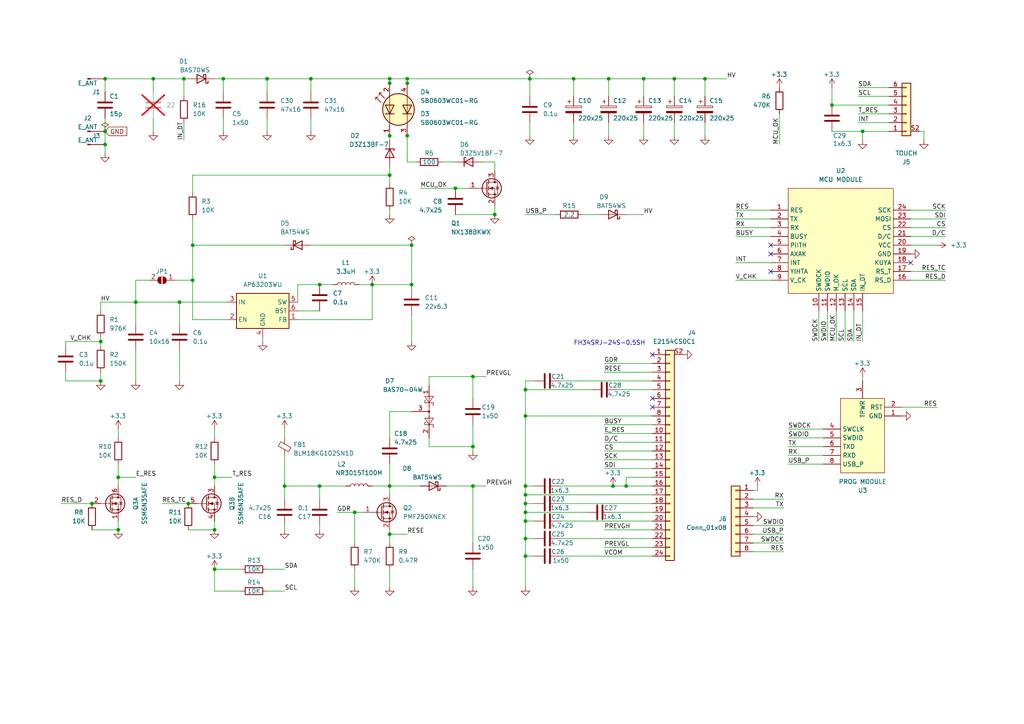
<source format=kicad_sch>
(kicad_sch (version 20231120) (generator "eeschema") (generator_version "8.0")
  (paper "A4")
  (junction (at 30.48 22.86))
  (junction (at 52.07 87.63))
  (junction (at 152.4 146.05))
  (junction (at 152.4 140.97))
  (junction (at 102.87 148.59))
  (junction (at 90.17 22.86))
  (junction (at 113.03 22.86))
  (junction (at 92.71 140.97))
  (junction (at 113.03 39.37))
  (junction (at 118.11 39.37))
  (junction (at 77.47 22.86))
  (junction (at 152.4 156.21))
  (junction (at 55.88 71.12))
  (junction (at 143.51 62.23))
  (junction (at 195.58 22.86))
  (junction (at 119.38 71.12))
  (junction (at 53.34 22.86))
  (junction (at 152.4 120.65))
  (junction (at 55.88 81.28))
  (junction (at 176.53 22.86))
  (junction (at 241.3 30.48))
  (junction (at 29.21 110.49))
  (junction (at 107.95 82.55))
  (junction (at 44.45 22.86))
  (junction (at 113.03 24.13))
  (junction (at 118.11 24.13))
  (junction (at 186.69 22.86))
  (junction (at 54.61 146.05))
  (junction (at 119.38 82.55))
  (junction (at 113.03 140.97))
  (junction (at 34.29 153.67))
  (junction (at 118.11 22.86))
  (junction (at 204.47 22.86))
  (junction (at 113.03 154.94))
  (junction (at 153.67 22.86))
  (junction (at 152.4 151.13))
  (junction (at 62.23 138.43))
  (junction (at 152.4 161.29))
  (junction (at 113.03 50.8))
  (junction (at 152.4 113.03))
  (junction (at 39.37 87.63))
  (junction (at 137.16 129.54))
  (junction (at 137.16 109.22))
  (junction (at 250.19 38.1))
  (junction (at 30.48 38.1))
  (junction (at 30.48 41.91))
  (junction (at 62.23 153.67))
  (junction (at 82.55 140.97))
  (junction (at 62.23 165.1))
  (junction (at 137.16 140.97))
  (junction (at 152.4 143.51))
  (junction (at 181.61 140.97))
  (junction (at 64.77 22.86))
  (junction (at 92.71 82.55))
  (junction (at 26.67 146.05))
  (junction (at 152.4 148.59))
  (junction (at 132.08 54.61))
  (junction (at 177.8 140.97))
  (junction (at 34.29 138.43))
  (junction (at 166.37 22.86))
  (junction (at 29.21 99.06))
  (no_connect (at 223.52 73.66))
  (no_connect (at 189.23 102.87))
  (no_connect (at 189.23 115.57))
  (no_connect (at 223.52 71.12))
  (no_connect (at 189.23 118.11))
  (no_connect (at 264.16 76.2))
  (no_connect (at 223.52 78.74))
  (wire (pts (xy 92.71 82.55) (xy 86.36 82.55)))
  (wire (pts (xy 152.4 120.65) (xy 189.23 120.65)))
  (wire (pts (xy 53.34 35.56) (xy 53.34 40.64)))
  (wire (pts (xy 44.45 34.29) (xy 44.45 38.1)))
  (wire (pts (xy 168.91 62.23) (xy 173.99 62.23)))
  (wire (pts (xy 64.77 34.29) (xy 64.77 38.1)))
  (wire (pts (xy 176.53 35.56) (xy 176.53 39.37)))
  (wire (pts (xy 152.4 161.29) (xy 154.94 161.29)))
  (wire (pts (xy 213.36 60.96) (xy 223.52 60.96)))
  (wire (pts (xy 34.29 134.62) (xy 34.29 138.43)))
  (wire (pts (xy 90.17 22.86) (xy 113.03 22.86)))
  (wire (pts (xy 118.11 39.37) (xy 118.11 46.99)))
  (wire (pts (xy 274.32 60.96) (xy 264.16 60.96)))
  (wire (pts (xy 44.45 22.86) (xy 44.45 26.67)))
  (wire (pts (xy 227.33 152.4) (xy 218.44 152.4)))
  (wire (pts (xy 34.29 153.67) (xy 34.29 151.13)))
  (wire (pts (xy 113.03 50.8) (xy 113.03 53.34)))
  (wire (pts (xy 102.87 148.59) (xy 102.87 157.48)))
  (wire (pts (xy 271.78 71.12) (xy 264.16 71.12)))
  (wire (pts (xy 77.47 165.1) (xy 82.55 165.1)))
  (wire (pts (xy 137.16 140.97) (xy 137.16 157.48)))
  (wire (pts (xy 223.52 66.04) (xy 213.36 66.04)))
  (wire (pts (xy 55.88 55.88) (xy 55.88 50.8)))
  (wire (pts (xy 166.37 27.94) (xy 166.37 22.86)))
  (wire (pts (xy 152.4 156.21) (xy 152.4 161.29)))
  (wire (pts (xy 90.17 34.29) (xy 90.17 38.1)))
  (wire (pts (xy 237.49 90.17) (xy 237.49 99.06)))
  (wire (pts (xy 274.32 81.28) (xy 264.16 81.28)))
  (wire (pts (xy 166.37 35.56) (xy 166.37 39.37)))
  (wire (pts (xy 267.97 38.1) (xy 266.7 38.1)))
  (wire (pts (xy 152.4 146.05) (xy 154.94 146.05)))
  (wire (pts (xy 204.47 35.56) (xy 204.47 39.37)))
  (wire (pts (xy 181.61 62.23) (xy 186.69 62.23)))
  (wire (pts (xy 121.92 54.61) (xy 132.08 54.61)))
  (wire (pts (xy 176.53 27.94) (xy 176.53 22.86)))
  (wire (pts (xy 195.58 35.56) (xy 195.58 39.37)))
  (wire (pts (xy 152.4 143.51) (xy 189.23 143.51)))
  (wire (pts (xy 19.05 107.95) (xy 19.05 110.49)))
  (wire (pts (xy 152.4 140.97) (xy 154.94 140.97)))
  (wire (pts (xy 52.07 87.63) (xy 66.04 87.63)))
  (wire (pts (xy 30.48 38.1) (xy 30.48 34.29)))
  (wire (pts (xy 64.77 22.86) (xy 77.47 22.86)))
  (wire (pts (xy 250.19 99.06) (xy 250.19 90.17)))
  (wire (pts (xy 152.4 62.23) (xy 161.29 62.23)))
  (wire (pts (xy 139.7 46.99) (xy 143.51 46.99)))
  (wire (pts (xy 52.07 87.63) (xy 52.07 93.98)))
  (wire (pts (xy 274.32 68.58) (xy 264.16 68.58)))
  (wire (pts (xy 119.38 83.82) (xy 119.38 82.55)))
  (wire (pts (xy 55.88 71.12) (xy 55.88 63.5)))
  (wire (pts (xy 162.56 151.13) (xy 189.23 151.13)))
  (wire (pts (xy 113.03 22.86) (xy 118.11 22.86)))
  (wire (pts (xy 152.4 148.59) (xy 170.18 148.59)))
  (wire (pts (xy 177.8 140.97) (xy 181.61 140.97)))
  (wire (pts (xy 77.47 34.29) (xy 77.47 38.1)))
  (wire (pts (xy 76.2 99.06) (xy 76.2 97.79)))
  (wire (pts (xy 213.36 68.58) (xy 223.52 68.58)))
  (wire (pts (xy 62.23 138.43) (xy 67.31 138.43)))
  (wire (pts (xy 227.33 160.02) (xy 218.44 160.02)))
  (wire (pts (xy 43.18 81.28) (xy 39.37 81.28)))
  (wire (pts (xy 247.65 99.06) (xy 247.65 90.17)))
  (wire (pts (xy 92.71 140.97) (xy 100.33 140.97)))
  (wire (pts (xy 186.69 35.56) (xy 186.69 39.37)))
  (wire (pts (xy 86.36 90.17) (xy 92.71 90.17)))
  (wire (pts (xy 152.4 151.13) (xy 152.4 156.21)))
  (wire (pts (xy 82.55 124.46) (xy 82.55 127)))
  (wire (pts (xy 113.03 119.38) (xy 113.03 127)))
  (wire (pts (xy 113.03 39.37) (xy 113.03 40.64)))
  (wire (pts (xy 152.4 156.21) (xy 154.94 156.21)))
  (wire (pts (xy 152.4 143.51) (xy 152.4 146.05)))
  (wire (pts (xy 82.55 152.4) (xy 82.55 153.67)))
  (wire (pts (xy 274.32 63.5) (xy 264.16 63.5)))
  (wire (pts (xy 219.71 140.97) (xy 219.71 142.24)))
  (wire (pts (xy 175.26 158.75) (xy 189.23 158.75)))
  (wire (pts (xy 248.92 35.56) (xy 257.81 35.56)))
  (wire (pts (xy 177.8 148.59) (xy 189.23 148.59)))
  (wire (pts (xy 227.33 157.48) (xy 218.44 157.48)))
  (wire (pts (xy 186.69 27.94) (xy 186.69 22.86)))
  (wire (pts (xy 55.88 81.28) (xy 55.88 71.12)))
  (wire (pts (xy 219.71 142.24) (xy 218.44 142.24)))
  (wire (pts (xy 39.37 81.28) (xy 39.37 87.63)))
  (wire (pts (xy 113.03 60.96) (xy 113.03 62.23)))
  (wire (pts (xy 107.95 82.55) (xy 119.38 82.55)))
  (wire (pts (xy 241.3 30.48) (xy 257.81 30.48)))
  (wire (pts (xy 124.46 129.54) (xy 124.46 127)))
  (wire (pts (xy 181.61 138.43) (xy 181.61 140.97)))
  (wire (pts (xy 267.97 40.64) (xy 267.97 38.1)))
  (wire (pts (xy 29.21 97.79) (xy 29.21 99.06)))
  (wire (pts (xy 97.79 148.59) (xy 102.87 148.59)))
  (wire (pts (xy 181.61 140.97) (xy 189.23 140.97)))
  (wire (pts (xy 241.3 38.1) (xy 250.19 38.1)))
  (wire (pts (xy 162.56 110.49) (xy 189.23 110.49)))
  (wire (pts (xy 119.38 119.38) (xy 113.03 119.38)))
  (wire (pts (xy 162.56 140.97) (xy 177.8 140.97)))
  (wire (pts (xy 153.67 22.86) (xy 166.37 22.86)))
  (wire (pts (xy 19.05 100.33) (xy 19.05 99.06)))
  (wire (pts (xy 118.11 46.99) (xy 120.65 46.99)))
  (wire (pts (xy 34.29 138.43) (xy 39.37 138.43)))
  (wire (pts (xy 46.99 146.05) (xy 54.61 146.05)))
  (wire (pts (xy 102.87 165.1) (xy 102.87 170.18)))
  (wire (pts (xy 175.26 125.73) (xy 189.23 125.73)))
  (wire (pts (xy 124.46 129.54) (xy 137.16 129.54)))
  (wire (pts (xy 30.48 22.86) (xy 30.48 26.67)))
  (wire (pts (xy 242.57 99.06) (xy 242.57 90.17)))
  (wire (pts (xy 248.92 27.94) (xy 257.81 27.94)))
  (wire (pts (xy 213.36 63.5) (xy 223.52 63.5)))
  (wire (pts (xy 175.26 128.27) (xy 189.23 128.27)))
  (wire (pts (xy 64.77 22.86) (xy 64.77 26.67)))
  (wire (pts (xy 118.11 22.86) (xy 118.11 24.13)))
  (wire (pts (xy 55.88 92.71) (xy 55.88 81.28)))
  (wire (pts (xy 102.87 148.59) (xy 105.41 148.59)))
  (wire (pts (xy 90.17 71.12) (xy 119.38 71.12)))
  (wire (pts (xy 82.55 140.97) (xy 82.55 144.78)))
  (wire (pts (xy 175.26 123.19) (xy 189.23 123.19)))
  (wire (pts (xy 213.36 81.28) (xy 223.52 81.28)))
  (wire (pts (xy 152.4 140.97) (xy 152.4 143.51)))
  (wire (pts (xy 153.67 35.56) (xy 153.67 39.37)))
  (wire (pts (xy 44.45 22.86) (xy 53.34 22.86)))
  (wire (pts (xy 226.06 33.02) (xy 226.06 41.91)))
  (wire (pts (xy 248.92 25.4) (xy 257.81 25.4)))
  (wire (pts (xy 250.19 38.1) (xy 257.81 38.1)))
  (wire (pts (xy 238.76 129.54) (xy 228.6 129.54)))
  (wire (pts (xy 250.19 110.49) (xy 250.19 109.22)))
  (wire (pts (xy 113.03 48.26) (xy 113.03 50.8)))
  (wire (pts (xy 228.6 134.62) (xy 238.76 134.62)))
  (wire (pts (xy 34.29 124.46) (xy 34.29 127)))
  (wire (pts (xy 77.47 171.45) (xy 82.55 171.45)))
  (wire (pts (xy 137.16 109.22) (xy 137.16 115.57)))
  (wire (pts (xy 179.07 113.03) (xy 189.23 113.03)))
  (wire (pts (xy 245.11 99.06) (xy 245.11 90.17)))
  (wire (pts (xy 30.48 41.91) (xy 30.48 44.45)))
  (wire (pts (xy 113.03 154.94) (xy 118.11 154.94)))
  (wire (pts (xy 119.38 71.12) (xy 119.38 82.55)))
  (wire (pts (xy 19.05 99.06) (xy 29.21 99.06)))
  (wire (pts (xy 195.58 22.86) (xy 204.47 22.86)))
  (wire (pts (xy 128.27 46.99) (xy 132.08 46.99)))
  (wire (pts (xy 152.4 120.65) (xy 152.4 140.97)))
  (wire (pts (xy 54.61 153.67) (xy 62.23 153.67)))
  (wire (pts (xy 238.76 124.46) (xy 228.6 124.46)))
  (wire (pts (xy 175.26 107.95) (xy 189.23 107.95)))
  (wire (pts (xy 113.03 153.67) (xy 113.03 154.94)))
  (wire (pts (xy 113.03 134.62) (xy 113.03 140.97)))
  (wire (pts (xy 195.58 27.94) (xy 195.58 22.86)))
  (wire (pts (xy 175.26 130.81) (xy 189.23 130.81)))
  (wire (pts (xy 152.4 113.03) (xy 152.4 120.65)))
  (wire (pts (xy 62.23 151.13) (xy 62.23 153.67)))
  (wire (pts (xy 162.56 156.21) (xy 189.23 156.21)))
  (wire (pts (xy 240.03 90.17) (xy 240.03 99.06)))
  (wire (pts (xy 124.46 109.22) (xy 137.16 109.22)))
  (wire (pts (xy 113.03 140.97) (xy 113.03 143.51)))
  (wire (pts (xy 26.67 153.67) (xy 34.29 153.67)))
  (wire (pts (xy 107.95 92.71) (xy 107.95 82.55)))
  (wire (pts (xy 39.37 101.6) (xy 39.37 110.49)))
  (wire (pts (xy 69.85 171.45) (xy 62.23 171.45)))
  (wire (pts (xy 129.54 140.97) (xy 137.16 140.97)))
  (wire (pts (xy 248.92 33.02) (xy 257.81 33.02)))
  (wire (pts (xy 39.37 87.63) (xy 29.21 87.63)))
  (wire (pts (xy 113.03 22.86) (xy 113.03 24.13)))
  (wire (pts (xy 86.36 92.71) (xy 107.95 92.71)))
  (wire (pts (xy 238.76 127) (xy 228.6 127)))
  (wire (pts (xy 53.34 22.86) (xy 53.34 27.94)))
  (wire (pts (xy 152.4 161.29) (xy 152.4 170.18)))
  (wire (pts (xy 152.4 151.13) (xy 154.94 151.13)))
  (wire (pts (xy 55.88 50.8) (xy 113.03 50.8)))
  (wire (pts (xy 50.8 81.28) (xy 55.88 81.28)))
  (wire (pts (xy 204.47 27.94) (xy 204.47 22.86)))
  (wire (pts (xy 137.16 130.81) (xy 137.16 129.54)))
  (wire (pts (xy 175.26 135.89) (xy 189.23 135.89)))
  (wire (pts (xy 271.78 118.11) (xy 261.62 118.11)))
  (wire (pts (xy 119.38 91.44) (xy 119.38 99.06)))
  (wire (pts (xy 154.94 110.49) (xy 152.4 110.49)))
  (wire (pts (xy 52.07 101.6) (xy 52.07 110.49)))
  (wire (pts (xy 132.08 54.61) (xy 135.89 54.61)))
  (wire (pts (xy 86.36 82.55) (xy 86.36 87.63)))
  (wire (pts (xy 62.23 134.62) (xy 62.23 138.43)))
  (wire (pts (xy 152.4 146.05) (xy 152.4 148.59)))
  (wire (pts (xy 30.48 22.86) (xy 44.45 22.86)))
  (wire (pts (xy 152.4 113.03) (xy 171.45 113.03)))
  (wire (pts (xy 113.03 165.1) (xy 113.03 170.18)))
  (wire (pts (xy 124.46 109.22) (xy 124.46 111.76)))
  (wire (pts (xy 250.19 38.1) (xy 250.19 40.64)))
  (wire (pts (xy 34.29 138.43) (xy 34.29 140.97)))
  (wire (pts (xy 175.26 153.67) (xy 189.23 153.67)))
  (wire (pts (xy 162.56 146.05) (xy 189.23 146.05)))
  (wire (pts (xy 92.71 152.4) (xy 92.71 153.67)))
  (wire (pts (xy 152.4 148.59) (xy 152.4 151.13)))
  (wire (pts (xy 204.47 22.86) (xy 210.82 22.86)))
  (wire (pts (xy 175.26 133.35) (xy 189.23 133.35)))
  (wire (pts (xy 53.34 22.86) (xy 54.61 22.86)))
  (wire (pts (xy 175.26 105.41) (xy 189.23 105.41)))
  (wire (pts (xy 241.3 25.4) (xy 241.3 30.48)))
  (wire (pts (xy 55.88 71.12) (xy 82.55 71.12)))
  (wire (pts (xy 30.48 38.1) (xy 30.48 41.91)))
  (wire (pts (xy 39.37 93.98) (xy 39.37 87.63)))
  (wire (pts (xy 186.69 22.86) (xy 195.58 22.86)))
  (wire (pts (xy 162.56 161.29) (xy 189.23 161.29)))
  (wire (pts (xy 77.47 22.86) (xy 77.47 26.67)))
  (wire (pts (xy 39.37 87.63) (xy 52.07 87.63)))
  (wire (pts (xy 137.16 109.22) (xy 140.97 109.22)))
  (wire (pts (xy 274.32 66.04) (xy 264.16 66.04)))
  (wire (pts (xy 62.23 138.43) (xy 62.23 140.97)))
  (wire (pts (xy 227.33 147.32) (xy 218.44 147.32)))
  (wire (pts (xy 29.21 99.06) (xy 29.21 100.33)))
  (wire (pts (xy 90.17 22.86) (xy 90.17 26.67)))
  (wire (pts (xy 62.23 171.45) (xy 62.23 165.1)))
  (wire (pts (xy 118.11 22.86) (xy 153.67 22.86)))
  (wire (pts (xy 181.61 138.43) (xy 189.23 138.43)))
  (wire (pts (xy 227.33 144.78) (xy 218.44 144.78)))
  (wire (pts (xy 82.55 132.08) (xy 82.55 140.97)))
  (wire (pts (xy 19.05 110.49) (xy 29.21 110.49)))
  (wire (pts (xy 213.36 76.2) (xy 223.52 76.2)))
  (wire (pts (xy 55.88 92.71) (xy 66.04 92.71)))
  (wire (pts (xy 132.08 62.23) (xy 143.51 62.23)))
  (wire (pts (xy 113.03 154.94) (xy 113.03 157.48)))
  (wire (pts (xy 121.92 140.97) (xy 113.03 140.97)))
  (wire (pts (xy 107.95 140.97) (xy 113.03 140.97)))
  (wire (pts (xy 176.53 22.86) (xy 186.69 22.86)))
  (wire (pts (xy 77.47 22.86) (xy 90.17 22.86)))
  (wire (pts (xy 82.55 140.97) (xy 92.71 140.97)))
  (wire (pts (xy 152.4 110.49) (xy 152.4 113.03)))
  (wire (pts (xy 137.16 165.1) (xy 137.16 170.18)))
  (wire (pts (xy 17.78 146.05) (xy 26.67 146.05)))
  (wire (pts (xy 238.76 132.08) (xy 228.6 132.08)))
  (wire (pts (xy 274.32 78.74) (xy 264.16 78.74)))
  (wire (pts (xy 143.51 49.53) (xy 143.51 46.99)))
  (wire (pts (xy 227.33 154.94) (xy 218.44 154.94)))
  (wire (pts (xy 29.21 90.17) (xy 29.21 87.63)))
  (wire (pts (xy 29.21 107.95) (xy 29.21 110.49)))
  (wire (pts (xy 96.52 82.55) (xy 92.71 82.55)))
  (wire (pts (xy 62.23 165.1) (xy 69.85 165.1)))
  (wire (pts (xy 92.71 144.78) (xy 92.71 140.97)))
  (wire (pts (xy 62.23 124.46) (xy 62.23 127)))
  (wire (pts (xy 104.14 82.55) (xy 107.95 82.55)))
  (wire (pts (xy 153.67 22.86) (xy 153.67 27.94)))
  (wire (pts (xy 62.23 22.86) (xy 64.77 22.86)))
  (wire (pts (xy 137.16 123.19) (xy 137.16 129.54)))
  (wire (pts (xy 137.16 140.97) (xy 140.97 140.97)))
  (wire (pts (xy 143.51 59.69) (xy 143.51 62.23)))
  (wire (pts (xy 166.37 22.86) (xy 176.53 22.86)))
  (text "FH34SRJ-24S-0.5SH" (at 166.37 100.33 0) (effects (font (size 1.27 1.27)) (justify left bottom)))
  (label "BUSY" (at 175.26 123.19 0))
  (label "RX" (at 227.33 144.78 180))
  (label "SWDIO" (at 227.33 152.4 180))
  (label "GDR" (at 175.26 105.41 0))
  (label "RES_D" (at 17.78 146.05 0))
  (label "IN_DT" (at 250.19 99.06 90))
  (label "SCK" (at 274.32 60.96 180))
  (label "SCL" (at 82.55 171.45 0))
  (label "INT" (at 248.92 35.56 0))
  (label "SDA" (at 82.55 165.1 0))
  (label "HV" (at 29.21 87.63 0))
  (label "RESE" (at 175.26 107.95 0))
  (label "RES_TC" (at 274.32 78.74 180))
  (label "RX" (at 213.36 66.04 0))
  (label "PREVGH" (at 140.97 140.97 0))
  (label "INT" (at 213.36 76.2 0))
  (label "E_RES" (at 175.26 125.73 0))
  (label "USB_P" (at 227.33 154.94 180))
  (label "E_RES" (at 39.37 138.43 0))
  (label "SWDIO" (at 228.6 127 0))
  (label "RES_TC" (at 46.99 146.05 0))
  (label "V_CHK" (at 20.32 99.06 0))
  (label "USB_P" (at 228.6 134.62 0))
  (label "MCU_OK" (at 242.57 99.06 90))
  (label "RES" (at 213.36 60.96 0))
  (label "RES" (at 227.33 160.02 180))
  (label "PREVGH" (at 175.26 153.67 0))
  (label "SDA" (at 248.92 25.4 0))
  (label "SDA" (at 247.65 99.06 90))
  (label "TX" (at 213.36 63.5 0))
  (label "SCL" (at 248.92 27.94 0))
  (label "SWDCK" (at 228.6 124.46 0))
  (label "PREVGL" (at 175.26 158.75 0))
  (label "IN_DT" (at 53.34 40.64 90))
  (label "SCK" (at 175.26 133.35 0))
  (label "T_RES" (at 67.31 138.43 0))
  (label "PREVGL" (at 140.97 109.22 0))
  (label "D{slash}C" (at 175.26 128.27 0))
  (label "T_RES" (at 248.92 33.02 0))
  (label "USB_P" (at 152.4 62.23 0))
  (label "CS" (at 274.32 66.04 180))
  (label "SDI" (at 274.32 63.5 180))
  (label "SWDCK" (at 237.49 99.06 90))
  (label "V_CHK" (at 213.36 81.28 0))
  (label "MCU_OK" (at 121.92 54.61 0))
  (label "CS" (at 175.26 130.81 0))
  (label "BUSY" (at 213.36 68.58 0))
  (label "HV" (at 186.69 62.23 0))
  (label "D{slash}C" (at 274.32 68.58 180))
  (label "SCL" (at 245.11 99.06 90))
  (label "SDI" (at 175.26 135.89 0))
  (label "SWDIO" (at 240.03 99.06 90))
  (label "VCOM" (at 175.26 161.29 0))
  (label "MCU_OK" (at 226.06 41.91 90))
  (label "RES" (at 271.78 118.11 180))
  (label "RX" (at 228.6 132.08 0))
  (label "GDR" (at 97.79 148.59 0))
  (label "SWDCK" (at 227.33 157.48 180))
  (label "TX" (at 228.6 129.54 0))
  (label "RES_D" (at 274.32 81.28 180))
  (label "RESE" (at 118.11 154.94 0))
  (label "HV" (at 210.82 22.86 0))
  (label "TX" (at 227.33 147.32 180))
  (global_label "GND" (shape input) (at 30.48 38.1 0) (property "Intersheetrefs" "${INTERSHEET_REFS}" (effects (hide yes))))
  (symbol (lib_id "power:GND") (at 250.19 40.64 0) (unit 1)
    (property "Reference" "#PWR037" (effects (hide yes)))
    (property "Value" "GND" (effects (hide yes)))
    (property "Description" "Power symbol creates a global label with name \"GND\" , ground" (effects (hide yes)))
  )
  (symbol (lib_id "Device:D_Zener") (at 135.89 46.99 0) (unit 1)
    (property "Reference" "D6" (at 133.35 41.91 0) (effects (justify left)))
    (property "Value" "D3Z5V1BF-7" (at 133.35 44.45 0) (effects (justify left)))
    (property "Footprint" "Diode_SMD:D_SOD-323F" (effects (hide yes)))
  )
  (symbol (lib_id "power:+2V8") (at 177.8 140.97 0) (unit 1)
    (property "Reference" "#PWR033" (effects (hide yes)))
    (property "Value" "+3.3" (at 175.26 137.16 0) (effects (justify left)))
    (property "Description" "Power symbol creates a global label with name \"+2V8\"" (effects (hide yes)))
  )
  (symbol (lib_id "power:GND") (at 153.67 39.37 0) (unit 1)
    (property "Reference" "#PWR011" (effects (hide yes)))
    (property "Value" "GND" (effects (hide yes)))
    (property "Description" "Power symbol creates a global label with name \"GND\" , ground" (effects (hide yes)))
  )
  (symbol (lib_id "power:+2V8") (at 250.19 109.22 0) (unit 1)
    (property "Reference" "#PWR040" (effects (hide yes)))
    (property "Value" "+3.3" (at 247.65 105.41 0) (effects (justify left)))
    (property "Description" "Power symbol creates a global label with name \"+2V8\"" (effects (hide yes)))
  )
  (symbol (lib_id "Device:D_Schottky") (at 86.36 71.12 0) (mirror x) (unit 1)
    (property "Reference" "D5" (at 81.28 64.77 0) (effects (justify left)))
    (property "Value" "BAT54WS" (at 81.28 67.31 0) (effects (justify left)))
    (property "Footprint" "Diode_SMD:D_SOD-323F" (effects (hide yes)))
  )
  (symbol (lib_id "power:PWR_FLAG") (at 153.67 22.86 0) (unit 1)
    (property "Reference" "#FLG02" (effects (hide yes)))
    (property "Value" "PWR_FLAG" (effects (hide yes)))
    (property "Description" "Special symbol for telling ERC where power comes from" (effects (hide yes)))
  )
  (symbol (lib_id "power:+2V8") (at 82.55 124.46 0) (unit 1)
    (property "Reference" "#PWR020" (effects (hide yes)))
    (property "Value" "+3.3" (at 80.01 120.65 0) (effects (justify left)))
    (property "Description" "Power symbol creates a global label with name \"+2V8\"" (effects (hide yes)))
  )
  (symbol (lib_id "Device:C") (at 158.75 146.05 90) (unit 1)
    (property "Reference" "C23" (at 163.83 144.78 90) (effects (justify left)))
    (property "Value" "1x6.3" (at 165.1 147.32 90) (effects (justify left)))
    (property "Footprint" "Capacitor_SMD:C_0402_1005Metric" (effects (hide yes)))
  )
  (symbol (lib_id "Transistor_FET:FDG1024NZ") (at 31.75 146.05 0) (unit 1)
    (property "Reference" "Q3" (at 39.37 146.05 90))
    (property "Value" "SSM6N35AFE" (at 41.91 146.05 90))
    (property "Footprint" "Package_TO_SOT_SMD:SOT-563" (effects (hide yes)))
    (property "Datasheet" "https://www.onsemi.com/pub/Collateral/FDG1024NZ-D.pdf" (effects (hide yes)))
  )
  (symbol (lib_id "Device:C") (at 137.16 161.29 0) (unit 1)
    (property "Reference" "C20" (at 138.43 156.21 0) (effects (justify left)))
    (property "Value" "1x50" (at 138.43 158.75 0) (effects (justify left)))
    (property "Footprint" "Capacitor_SMD:C_0402_1005Metric" (effects (hide yes)))
  )
  (symbol (lib_id "power:GND") (at 30.48 44.45 0) (unit 1)
    (property "Reference" "#PWR01" (effects (hide yes)))
    (property "Value" "GND" (effects (hide yes)))
    (property "Description" "Power symbol creates a global label with name \"GND\" , ground" (effects (hide yes)))
  )
  (symbol (lib_id "MyLib:SamoKamp_MCU") (at 226.06 57.15 0) (unit 1)
    (property "Reference" "U2" (at 243.84 49.53 0))
    (property "Value" "MCU MODULE" (at 243.84 52.07 0))
    (property "Footprint" "MyLib:SamoKamp_MCU" (effects (hide yes)))
  )
  (symbol (lib_id "power:GND") (at 195.58 39.37 0) (unit 1)
    (property "Reference" "#PWR016" (effects (hide yes)))
    (property "Value" "GND" (effects (hide yes)))
    (property "Description" "Power symbol creates a global label with name \"GND\" , ground" (effects (hide yes)))
  )
  (symbol (lib_id "Device:R") (at 26.67 149.86 180) (unit 1)
    (property "Reference" "R8" (at 22.86 148.59 0))
    (property "Value" "10K" (at 22.86 151.13 0))
    (property "Footprint" "Resistor_SMD:R_0402_1005Metric" (effects (hide yes)))
  )
  (symbol (lib_id "power:GND") (at 92.71 153.67 0) (unit 1)
    (property "Reference" "#PWR022" (effects (hide yes)))
    (property "Value" "GND" (effects (hide yes)))
    (property "Description" "Power symbol creates a global label with name \"GND\" , ground" (effects (hide yes)))
  )
  (symbol (lib_id "power:+2V8") (at 226.06 25.4 0) (unit 1)
    (property "Reference" "#PWR018" (effects (hide yes)))
    (property "Value" "+3.3" (at 223.52 21.59 0) (effects (justify left)))
    (property "Description" "Power symbol creates a global label with name \"+2V8\"" (effects (hide yes)))
  )
  (symbol (lib_id "power:GND") (at 186.69 39.37 0) (unit 1)
    (property "Reference" "#PWR015" (effects (hide yes)))
    (property "Value" "GND" (effects (hide yes)))
    (property "Description" "Power symbol creates a global label with name \"GND\" , ground" (effects (hide yes)))
  )
  (symbol (lib_id "power:GND") (at 44.45 38.1 0) (unit 1)
    (property "Reference" "#PWR02" (effects (hide yes)))
    (property "Value" "GND" (effects (hide yes)))
    (property "Description" "Power symbol creates a global label with name \"GND\" , ground" (effects (hide yes)))
  )
  (symbol (lib_id "Device:C") (at 82.55 148.59 180) (unit 1)
    (property "Reference" "C16" (at 78.74 149.86 0) (effects (justify left)))
    (property "Value" "4.7x25" (at 78.74 147.32 0) (effects (justify left)))
    (property "Footprint" "Capacitor_SMD:C_0603_1608Metric" (effects (hide yes)))
  )
  (symbol (lib_id "power:+2V8") (at 62.23 165.1 0) (unit 1)
    (property "Reference" "#PWR032" (effects (hide yes)))
    (property "Value" "+3.3" (at 59.69 161.29 0) (effects (justify left)))
    (property "Description" "Power symbol creates a global label with name \"+2V8\"" (effects (hide yes)))
  )
  (symbol (lib_id "Device:C") (at 44.45 30.48 0) (unit 1) (dnp yes)
    (property "Reference" "C2" (effects (hide yes)))
    (property "Value" "22" (at 48.26 30.4799 0) (effects (justify left)))
    (property "Footprint" "Capacitor_SMD:C_0603_1608Metric" (effects (hide yes)))
  )
  (symbol (lib_id "Regulator_Switching:AP63201WU") (at 76.2 90.17 0) (unit 1)
    (property "Reference" "U1" (at 76.2 80.01 0))
    (property "Value" "AP63203WU" (at 76.2 82.55 0))
    (property "Footprint" "Package_TO_SOT_SMD:TSOT-23-6" (effects (hide yes)))
    (property "Datasheet" "https://www.diodes.com/assets/Datasheets/AP63200-AP63201-AP63203-AP63205.pdf" (effects (hide yes)))
  )
  (symbol (lib_id "Connector:Conn_01x01_Male") (at 25.4 41.91 0) (unit 1)
    (property "Reference" "J3" (at 27.94 39.37 0))
    (property "Value" "E_ANT" (at 25.4 40.64 0))
    (property "Footprint" "MyLib:TestPoint_Pad_2.4x3.5mm" (effects (hide yes)))
  )
  (symbol (lib_id "Connector:Conn_01x01_Male") (at 25.4 22.86 0) (mirror x) (unit 1)
    (property "Reference" "J1" (at 27.94 26.67 0))
    (property "Value" "E_ANT" (at 25.4 24.13 0))
    (property "Footprint" "MyLib:TestPoint_Pad_2.4x3.5mm" (effects (hide yes)))
  )
  (symbol (lib_id "power:GND") (at 261.62 120.65 90) (unit 1)
    (property "Reference" "#PWR019" (effects (hide yes)))
    (property "Value" "GND" (effects (hide yes)))
    (property "Description" "Power symbol creates a global label with name \"GND\" , ground" (effects (hide yes)))
  )
  (symbol (lib_id "Transistor_FET:2N7002") (at 140.97 54.61 0) (unit 1)
    (property "Reference" "Q1" (at 130.81 64.77 0) (effects (justify left)))
    (property "Value" "NX138BKWX" (at 130.81 67.31 0) (effects (justify left)))
    (property "Footprint" "Package_TO_SOT_SMD:SOT-323_SC-70" (effects (hide yes)))
    (property "Datasheet" "https://www.onsemi.com/pub/Collateral/NDS7002A-D.PDF" (effects (hide yes)))
  )
  (symbol (lib_id "Device:R") (at 53.34 31.75 0) (unit 1)
    (property "Reference" "R16" (at 55.88 30.4799 0) (effects (justify left)))
    (property "Value" "10K" (at 55.88 33.0199 0) (effects (justify left)))
    (property "Footprint" "Resistor_SMD:R_0402_1005Metric" (effects (hide yes)))
  )
  (symbol (lib_id "MyLib:SamoKamp_Prog") (at 250.19 127 180) (unit 1)
    (property "Reference" "U3" (at 250.19 142.24 0))
    (property "Value" "PROG MODULE" (at 250.19 139.7 0))
    (property "Footprint" "MyLib:SamoKamp_Prog" (effects (hide yes)))
  )
  (symbol (lib_id "Device:C") (at 64.77 30.48 0) (unit 1)
    (property "Reference" "C5" (at 67.31 33.02 0) (effects (justify left)))
    (property "Value" "1x50" (at 67.31 35.56 0) (effects (justify left)))
    (property "Footprint" "Capacitor_SMD:C_0402_1005Metric" (effects (hide yes)))
  )
  (symbol (lib_id "power:GND") (at 176.53 39.37 0) (unit 1)
    (property "Reference" "#PWR014" (effects (hide yes)))
    (property "Value" "GND" (effects (hide yes)))
    (property "Description" "Power symbol creates a global label with name \"GND\" , ground" (effects (hide yes)))
  )
  (symbol (lib_id "Diode:BAT54SW") (at 124.46 119.38 270) (unit 1)
    (property "Reference" "D7" (at 113.03 110.49 90))
    (property "Value" "BAS70-04W" (at 116.84 113.03 90))
    (property "Footprint" "Package_TO_SOT_SMD:SOT-323_SC-70" (effects (hide yes)))
    (property "Datasheet" "https://assets.nexperia.com/documents/data-sheet/BAT54W_SER.pdf" (effects (hide yes)))
  )
  (symbol (lib_id "Device:R") (at 73.66 171.45 90) (unit 1)
    (property "Reference" "R14" (at 73.66 168.91 90))
    (property "Value" "10K" (at 73.66 171.45 90))
    (property "Footprint" "Resistor_SMD:R_0402_1005Metric" (effects (hide yes)))
  )
  (symbol (lib_id "power:GND") (at 113.03 62.23 0) (mirror y) (unit 1)
    (property "Reference" "#PWR08" (effects (hide yes)))
    (property "Value" "GND" (effects (hide yes)))
    (property "Description" "Power symbol creates a global label with name \"GND\" , ground" (effects (hide yes)))
  )
  (symbol (lib_id "Device:R") (at 73.66 165.1 90) (unit 1)
    (property "Reference" "R13" (at 73.66 162.56 90))
    (property "Value" "10K" (at 73.66 165.1 90))
    (property "Footprint" "Resistor_SMD:R_0402_1005Metric" (effects (hide yes)))
  )
  (symbol (lib_id "Device:C_Polarized") (at 176.53 31.75 0) (unit 1)
    (property "Reference" "C12" (at 177.8 29.21 0) (effects (justify left)))
    (property "Value" "220x25" (at 177.8 34.29 0) (effects (justify left)))
    (property "Footprint" "MyLib:CAP_RADIAL_6.3_2.5_11_HOR" (effects (hide yes)))
    (property "Description" "Polarized capacitor" (effects (hide yes)))
  )
  (symbol (lib_id "Device:C") (at 241.3 34.29 0) (unit 1)
    (property "Reference" "C29" (at 241.554 39.37 0) (effects (justify left)))
    (property "Value" "1x6.3" (at 241.554 41.656 0) (effects (justify left)))
    (property "Footprint" "Capacitor_SMD:C_0402_1005Metric" (effects (hide yes)))
  )
  (symbol (lib_id "power:+2V8") (at 241.3 25.4 0) (unit 1)
    (property "Reference" "#PWR035" (effects (hide yes)))
    (property "Value" "+3.3" (at 238.76 21.59 0) (effects (justify left)))
    (property "Description" "Power symbol creates a global label with name \"+2V8\"" (effects (hide yes)))
  )
  (symbol (lib_id "Device:C") (at 158.75 161.29 90) (unit 1)
    (property "Reference" "C26" (at 163.83 160.02 90) (effects (justify left)))
    (property "Value" "1x50" (at 165.1 162.56 90) (effects (justify left)))
    (property "Footprint" "Capacitor_SMD:C_0402_1005Metric" (effects (hide yes)))
  )
  (symbol (lib_id "power:GND") (at 204.47 39.37 0) (unit 1)
    (property "Reference" "#PWR017" (effects (hide yes)))
    (property "Value" "GND" (effects (hide yes)))
    (property "Description" "Power symbol creates a global label with name \"GND\" , ground" (effects (hide yes)))
  )
  (symbol (lib_id "Device:D_Schottky") (at 125.73 140.97 180) (unit 1)
    (property "Reference" "D8" (at 119.38 135.89 0) (effects (justify left)))
    (property "Value" "BAT54WS" (at 128.27 138.43 0) (effects (justify left)))
    (property "Footprint" "Diode_SMD:D_SOD-323F" (effects (hide yes)))
  )
  (symbol (lib_id "power:GND") (at 64.77 38.1 0) (unit 1)
    (property "Reference" "#PWR05" (effects (hide yes)))
    (property "Value" "GND" (effects (hide yes)))
    (property "Description" "Power symbol creates a global label with name \"GND\" , ground" (effects (hide yes)))
  )
  (symbol (lib_id "Device:C") (at 113.03 130.81 0) (unit 1)
    (property "Reference" "C18" (at 114.3 125.73 0) (effects (justify left)))
    (property "Value" "4.7x25" (at 114.3 128.27 0) (effects (justify left)))
    (property "Footprint" "Capacitor_SMD:C_0402_1005Metric" (effects (hide yes)))
  )
  (symbol (lib_id "power:+2V8") (at 107.95 82.55 0) (unit 1)
    (property "Reference" "#PWR09" (effects (hide yes)))
    (property "Value" "+3.3" (at 105.41 78.74 0) (effects (justify left)))
    (property "Description" "Power symbol creates a global label with name \"+2V8\"" (effects (hide yes)))
  )
  (symbol (lib_id "Device:R") (at 34.29 130.81 180) (unit 1)
    (property "Reference" "R10" (at 30.48 129.54 0))
    (property "Value" "10K" (at 30.48 132.08 0))
    (property "Footprint" "Resistor_SMD:R_0402_1005Metric" (effects (hide yes)))
  )
  (symbol (lib_id "power:PWR_FLAG") (at 119.38 71.12 0) (unit 1)
    (property "Reference" "#FLG03" (effects (hide yes)))
    (property "Value" "PWR_FLAG" (effects (hide yes)))
    (property "Description" "Special symbol for telling ERC where power comes from" (effects (hide yes)))
  )
  (symbol (lib_id "power:+2V8") (at 271.78 71.12 270) (unit 1)
    (property "Reference" "#PWR036" (effects (hide yes)))
    (property "Value" "+3.3" (at 275.59 71.12 90) (effects (justify left)))
    (property "Description" "Power symbol creates a global label with name \"+2V8\"" (effects (hide yes)))
  )
  (symbol (lib_id "Device:C") (at 158.75 140.97 90) (unit 1)
    (property "Reference" "C22" (at 163.83 139.7 90) (effects (justify left)))
    (property "Value" "1x6.3" (at 165.1 142.24 90) (effects (justify left)))
    (property "Footprint" "Capacitor_SMD:C_0402_1005Metric" (effects (hide yes)))
  )
  (symbol (lib_id "power:GND") (at 267.97 40.64 0) (unit 1)
    (property "Reference" "#PWR038" (effects (hide yes)))
    (property "Value" "GND" (effects (hide yes)))
    (property "Description" "Power symbol creates a global label with name \"GND\" , ground" (effects (hide yes)))
  )
  (symbol (lib_id "Device:C_Polarized") (at 204.47 31.75 0) (unit 1)
    (property "Reference" "C15" (at 205.74 29.21 0) (effects (justify left)))
    (property "Value" "220x25" (at 205.74 34.29 0) (effects (justify left)))
    (property "Footprint" "MyLib:CAP_RADIAL_6.3_2.5_11_HOR" (effects (hide yes)))
    (property "Description" "Polarized capacitor" (effects (hide yes)))
  )
  (symbol (lib_id "Device:L") (at 100.33 82.55 90) (unit 1)
    (property "Reference" "L1" (at 100.33 76.2 90))
    (property "Value" "3.3uH" (at 100.33 78.74 90))
    (property "Footprint" "Inductor_SMD:L_Wuerth_MAPI-3015" (effects (hide yes)))
  )
  (symbol (lib_id "Device:C") (at 30.48 30.48 0) (unit 1)
    (property "Reference" "C1" (at 31.75 27.94 0) (effects (justify left)))
    (property "Value" "15p" (at 31.75 33.02 0) (effects (justify left)))
    (property "Footprint" "Capacitor_SMD:C_0603_1608Metric" (effects (hide yes)))
  )
  (symbol (lib_id "Device:C") (at 158.75 156.21 90) (unit 1)
    (property "Reference" "C25" (at 163.83 154.94 90) (effects (justify left)))
    (property "Value" "4.7x25" (at 166.37 157.48 90) (effects (justify left)))
    (property "Footprint" "Capacitor_SMD:C_0603_1608Metric" (effects (hide yes)))
  )
  (symbol (lib_id "power:GND") (at 119.38 99.06 0) (unit 1)
    (property "Reference" "#PWR013" (effects (hide yes)))
    (property "Value" "GND" (effects (hide yes)))
    (property "Description" "Power symbol creates a global label with name \"GND\" , ground" (effects (hide yes)))
  )
  (symbol (lib_id "Device:C_Polarized") (at 186.69 31.75 0) (unit 1)
    (property "Reference" "C13" (at 187.96 29.21 0) (effects (justify left)))
    (property "Value" "220x25" (at 187.96 34.29 0) (effects (justify left)))
    (property "Footprint" "MyLib:CAP_RADIAL_6.3_2.5_11_HOR" (effects (hide yes)))
    (property "Description" "Polarized capacitor" (effects (hide yes)))
  )
  (symbol (lib_id "Device:R") (at 102.87 161.29 0) (unit 1)
    (property "Reference" "R7" (at 105.41 160.0199 0) (effects (justify left)))
    (property "Value" "470K" (at 105.41 162.5599 0) (effects (justify left)))
    (property "Footprint" "Resistor_SMD:R_0402_1005Metric" (effects (hide yes)))
  )
  (symbol (lib_id "power:GND") (at 113.03 170.18 0) (unit 1)
    (property "Reference" "#PWR024" (effects (hide yes)))
    (property "Value" "GND" (effects (hide yes)))
    (property "Description" "Power symbol creates a global label with name \"GND\" , ground" (effects (hide yes)))
  )
  (symbol (lib_id "power:+2V8") (at 62.23 124.46 0) (unit 1)
    (property "Reference" "#PWR029" (effects (hide yes)))
    (property "Value" "+3.3" (at 59.69 120.65 0) (effects (justify left)))
    (property "Description" "Power symbol creates a global label with name \"+2V8\"" (effects (hide yes)))
  )
  (symbol (lib_id "power:GND") (at 218.44 149.86 90) (mirror x) (unit 1)
    (property "Reference" "#PWR044" (effects (hide yes)))
    (property "Value" "GND" (effects (hide yes)))
  )
  (symbol (lib_id "Device:C") (at 92.71 86.36 0) (unit 1)
    (property "Reference" "C7" (at 96.52 85.0899 0) (effects (justify left)))
    (property "Value" "0.1u" (at 96.52 87.6299 0) (effects (justify left)))
    (property "Footprint" "Capacitor_SMD:C_0402_1005Metric" (effects (hide yes)))
  )
  (symbol (lib_id "Device:R") (at 55.88 59.69 0) (unit 1)
    (property "Reference" "R3" (at 58.42 58.4199 0) (effects (justify left)))
    (property "Value" "10K" (at 58.42 60.9599 0) (effects (justify left)))
    (property "Footprint" "Resistor_SMD:R_0402_1005Metric" (effects (hide yes)))
  )
  (symbol (lib_id "power:+2V8") (at 219.71 140.97 0) (unit 1)
    (property "Reference" "#PWR043" (effects (hide yes)))
    (property "Value" "+3.3" (at 217.17 137.16 0) (effects (justify left)))
    (property "Description" "Power symbol creates a global label with name \"+2V8\"" (effects (hide yes)))
  )
  (symbol (lib_id "power:GND") (at 77.47 38.1 0) (unit 1)
    (property "Reference" "#PWR041" (effects (hide yes)))
    (property "Value" "GND" (effects (hide yes)))
    (property "Description" "Power symbol creates a global label with name \"GND\" , ground" (effects (hide yes)))
  )
  (symbol (lib_id "power:GND") (at 52.07 110.49 0) (unit 1)
    (property "Reference" "#PWR06" (effects (hide yes)))
    (property "Value" "GND" (effects (hide yes)))
    (property "Description" "Power symbol creates a global label with name \"GND\" , ground" (effects (hide yes)))
  )
  (symbol (lib_id "Device:C") (at 158.75 151.13 90) (unit 1)
    (property "Reference" "C24" (at 163.83 149.86 90) (effects (justify left)))
    (property "Value" "4.7x25" (at 166.37 152.4 90) (effects (justify left)))
    (property "Footprint" "Capacitor_SMD:C_0603_1608Metric" (effects (hide yes)))
  )
  (symbol (lib_id "power:GND") (at 137.16 170.18 0) (unit 1)
    (property "Reference" "#PWR028" (effects (hide yes)))
    (property "Value" "GND" (effects (hide yes)))
    (property "Description" "Power symbol creates a global label with name \"GND\" , ground" (effects (hide yes)))
  )
  (symbol (lib_id "Device:R") (at 113.03 57.15 0) (unit 1)
    (property "Reference" "R4" (at 115.57 55.8799 0) (effects (justify left)))
    (property "Value" "10K" (at 115.57 58.4199 0) (effects (justify left)))
    (property "Footprint" "Resistor_SMD:R_0402_1005Metric" (effects (hide yes)))
  )
  (symbol (lib_id "Device:R") (at 62.23 130.81 180) (unit 1)
    (property "Reference" "R12" (at 58.42 129.54 0))
    (property "Value" "10K" (at 58.42 132.08 0))
    (property "Footprint" "Resistor_SMD:R_0402_1005Metric" (effects (hide yes)))
  )
  (symbol (lib_id "Device:C") (at 52.07 97.79 0) (unit 1)
    (property "Reference" "C6" (at 55.88 96.5199 0) (effects (justify left)))
    (property "Value" "0.1u" (at 55.88 99.0599 0) (effects (justify left)))
    (property "Footprint" "Capacitor_SMD:C_0402_1005Metric" (effects (hide yes)))
  )
  (symbol (lib_id "power:+2V8") (at 34.29 124.46 0) (unit 1)
    (property "Reference" "#PWR025" (effects (hide yes)))
    (property "Value" "+3.3" (at 31.75 120.65 0) (effects (justify left)))
    (property "Description" "Power symbol creates a global label with name \"+2V8\"" (effects (hide yes)))
  )
  (symbol (lib_id "Device:D_Schottky") (at 58.42 22.86 180) (unit 1)
    (property "Reference" "D1" (at 54.61 17.78 0) (effects (justify left)))
    (property "Value" "BAS70WS" (at 60.96 20.32 0) (effects (justify left)))
    (property "Footprint" "Diode_SMD:D_SOD-323F" (effects (hide yes)))
  )
  (symbol (lib_id "power:GND") (at 76.2 99.06 0) (unit 1)
    (property "Reference" "#PWR07" (effects (hide yes)))
    (property "Value" "GND" (effects (hide yes)))
    (property "Description" "Power symbol creates a global label with name \"GND\" , ground" (effects (hide yes)))
  )
  (symbol (lib_id "power:GND") (at 90.17 38.1 0) (unit 1)
    (property "Reference" "#PWR042" (effects (hide yes)))
    (property "Value" "GND" (effects (hide yes)))
    (property "Description" "Power symbol creates a global label with name \"GND\" , ground" (effects (hide yes)))
  )
  (symbol (lib_id "power:GND") (at 198.12 102.87 90) (unit 1)
    (property "Reference" "#PWR034" (effects (hide yes)))
    (property "Value" "GND" (effects (hide yes)))
    (property "Description" "Power symbol creates a global label with name \"GND\" , ground" (effects (hide yes)))
  )
  (symbol (lib_id "power:GND") (at 102.87 170.18 0) (unit 1)
    (property "Reference" "#PWR023" (effects (hide yes)))
    (property "Value" "GND" (effects (hide yes)))
    (property "Description" "Power symbol creates a global label with name \"GND\" , ground" (effects (hide yes)))
  )
  (symbol (lib_id "Device:C") (at 90.17 30.48 180) (unit 1)
    (property "Reference" "C31" (at 93.98 29.2099 0) (effects (justify right)))
    (property "Value" "47x16" (at 93.98 31.7499 0) (effects (justify right)))
    (property "Footprint" "Capacitor_SMD:C_1210_3225Metric" (effects (hide yes)))
  )
  (symbol (lib_id "power:PWR_FLAG") (at 30.48 38.1 0) (unit 1)
    (property "Reference" "#FLG01" (effects (hide yes)))
    (property "Value" "PWR_FLAG" (effects (hide yes)))
    (property "Description" "Special symbol for telling ERC where power comes from" (effects (hide yes)))
  )
  (symbol (lib_id "power:GND") (at 29.21 110.49 0) (unit 1)
    (property "Reference" "#PWR03" (effects (hide yes)))
    (property "Value" "GND" (effects (hide yes)))
    (property "Description" "Power symbol creates a global label with name \"GND\" , ground" (effects (hide yes)))
  )
  (symbol (lib_id "Device:R") (at 226.06 29.21 0) (mirror y) (unit 1)
    (property "Reference" "R6" (at 223.52 27.94 0) (effects (justify left)))
    (property "Value" "470K" (at 223.52 30.48 0) (effects (justify left)))
    (property "Footprint" "Resistor_SMD:R_0402_1005Metric" (effects (hide yes)))
  )
  (symbol (lib_id "Device:C") (at 39.37 97.79 180) (unit 1)
    (property "Reference" "C4" (at 43.18 96.5199 0) (effects (justify right)))
    (property "Value" "10x16" (at 43.18 99.0599 0) (effects (justify right)))
    (property "Footprint" "Capacitor_SMD:C_0603_1608Metric" (effects (hide yes)))
  )
  (symbol (lib_id "power:GND") (at 137.16 130.81 0) (unit 1)
    (property "Reference" "#PWR027" (effects (hide yes)))
    (property "Value" "GND" (effects (hide yes)))
    (property "Description" "Power symbol creates a global label with name \"GND\" , ground" (effects (hide yes)))
  )
  (symbol (lib_id "Device:R") (at 29.21 93.98 0) (unit 1)
    (property "Reference" "R1" (at 31.75 92.7099 0) (effects (justify left)))
    (property "Value" "976K" (at 31.75 95.2499 0) (effects (justify left)))
    (property "Footprint" "Resistor_SMD:R_0402_1005Metric" (effects (hide yes)))
  )
  (symbol (lib_id "Device:C") (at 173.99 148.59 90) (unit 1)
    (property "Reference" "C27" (at 179.07 147.32 90) (effects (justify left)))
    (property "Value" "1x6.3" (at 180.34 149.86 90) (effects (justify left)))
    (property "Footprint" "Capacitor_SMD:C_0402_1005Metric" (effects (hide yes)))
  )
  (symbol (lib_id "Device:R") (at 54.61 149.86 180) (unit 1)
    (property "Reference" "R11" (at 50.8 148.59 0))
    (property "Value" "10K" (at 50.8 151.13 0))
    (property "Footprint" "Resistor_SMD:R_0402_1005Metric" (effects (hide yes)))
  )
  (symbol (lib_id "Device:FerriteBead_Small") (at 82.55 129.54 180) (unit 1)
    (property "Reference" "FB1" (at 85.09 128.9431 0) (effects (justify right)))
    (property "Value" "BLM18KG102SN1D" (at 85.09 131.4831 0) (effects (justify right)))
    (property "Footprint" "Inductor_SMD:L_0603_1608Metric" (effects (hide yes)))
  )
  (symbol (lib_id "Device:R") (at 124.46 46.99 90) (mirror x) (unit 1)
    (property "Reference" "R5" (at 124.46 44.45 90))
    (property "Value" "100" (at 124.46 46.99 90))
    (property "Footprint" "Resistor_SMD:R_0402_1005Metric" (effects (hide yes)))
  )
  (symbol (lib_id "power:GND") (at 166.37 39.37 0) (unit 1)
    (property "Reference" "#PWR012" (effects (hide yes)))
    (property "Value" "GND" (effects (hide yes)))
    (property "Description" "Power symbol creates a global label with name \"GND\" , ground" (effects (hide yes)))
  )
  (symbol (lib_id "power:GND") (at 34.29 153.67 0) (unit 1)
    (property "Reference" "#PWR026" (effects (hide yes)))
    (property "Value" "GND" (effects (hide yes)))
    (property "Description" "Power symbol creates a global label with name \"GND\" , ground" (effects (hide yes)))
  )
  (symbol (lib_id "Device:Q_NMOS_GSD") (at 110.49 148.59 0) (unit 1)
    (property "Reference" "Q2" (at 116.84 147.3199 0) (effects (justify left)))
    (property "Value" "PMF250XNEX" (at 116.84 149.8599 0) (effects (justify left)))
    (property "Footprint" "Package_TO_SOT_SMD:SOT-323_SC-70" (effects (hide yes)))
  )
  (symbol (lib_id "power:GND") (at 143.51 62.23 0) (unit 1)
    (property "Reference" "#PWR010" (effects (hide yes)))
    (property "Value" "GND" (effects (hide yes)))
    (property "Description" "Power symbol creates a global label with name \"GND\" , ground" (effects (hide yes)))
  )
  (symbol (lib_id "Device:L") (at 104.14 140.97 90) (unit 1)
    (property "Reference" "L2" (at 99.06 134.62 90))
    (property "Value" "NR3015T100M" (at 104.14 137.16 90))
    (property "Footprint" "Inductor_SMD:L_Wuerth_MAPI-3015" (effects (hide yes)))
  )
  (symbol (lib_id "Jumper:SolderJumper_2_Open") (at 46.99 81.28 180) (unit 1)
    (property "Reference" "JP1" (at 46.99 78.74 0))
    (property "Value" "SolderJumper_2_Open" (effects (hide yes)))
    (property "Footprint" "MyLib:SolderJumper_0.8.x1mm" (effects (hide yes)))
  )
  (symbol (lib_id "Device:C") (at 92.71 148.59 0) (unit 1)
    (property "Reference" "C17" (at 86.36 149.86 0) (effects (justify left)))
    (property "Value" "0.1" (at 86.36 147.32 0) (effects (justify left)))
    (property "Footprint" "Capacitor_SMD:C_0402_1005Metric" (effects (hide yes)))
  )
  (symbol (lib_id "Device:C") (at 19.05 104.14 0) (unit 1)
    (property "Reference" "C3" (at 22.86 102.8699 0) (effects (justify left)))
    (property "Value" "0.1u" (at 22.86 105.4099 0) (effects (justify left)))
    (property "Footprint" "Capacitor_SMD:C_0402_1005Metric" (effects (hide yes)))
  )
  (symbol (lib_id "Transistor_FET:FDG1024NZ") (at 59.69 146.05 0) (unit 2)
    (property "Reference" "Q3" (at 67.31 146.05 90))
    (property "Value" "SSM6N35AFE" (at 69.85 146.05 90))
    (property "Footprint" "Package_TO_SOT_SMD:SOT-563" (effects (hide yes)))
    (property "Datasheet" "https://www.onsemi.com/pub/Collateral/FDG1024NZ-D.pdf" (effects (hide yes)))
  )
  (symbol (lib_id "power:GND") (at 152.4 170.18 0) (unit 1)
    (property "Reference" "#PWR031" (effects (hide yes)))
    (property "Value" "GND" (effects (hide yes)))
    (property "Description" "Power symbol creates a global label with name \"GND\" , ground" (effects (hide yes)))
  )
  (symbol (lib_id "Device:C") (at 158.75 110.49 90) (unit 1)
    (property "Reference" "C21" (at 163.83 109.22 90) (effects (justify left)))
    (property "Value" "4.7x25" (at 166.37 111.76 90) (effects (justify left)))
    (property "Footprint" "Capacitor_SMD:C_0603_1608Metric" (effects (hide yes)))
  )
  (symbol (lib_id "Connector_Generic:Conn_01x06") (at 262.89 33.02 0) (mirror x) (unit 1)
    (property "Reference" "J5" (at 262.89 46.99 0))
    (property "Value" "TOUCH" (at 262.89 44.45 0))
    (property "Footprint" "MyLib:HRS_FH34SRJ-6S-0.5SH(50)" (effects (hide yes)))
  )
  (symbol (lib_id "Device:C_Polarized") (at 195.58 31.75 0) (unit 1)
    (property "Reference" "C14" (at 196.85 29.21 0) (effects (justify left)))
    (property "Value" "220x25" (at 196.85 34.29 0) (effects (justify left)))
    (property "Footprint" "MyLib:CAP_RADIAL_6.3_2.5_11_HOR" (effects (hide yes)))
    (property "Description" "Polarized capacitor" (effects (hide yes)))
  )
  (symbol (lib_id "Connector:Conn_01x01_Male") (at 25.4 38.1 0) (unit 1)
    (property "Reference" "J2" (at 25.4 34.29 0))
    (property "Value" "E_ANT" (at 25.4 36.83 0))
    (property "Footprint" "MyLib:TestPoint_Pad_2.4x3.5mm" (effects (hide yes)))
  )
  (symbol (lib_id "power:GND") (at 82.55 153.67 0) (unit 1)
    (property "Reference" "#PWR021" (effects (hide yes)))
    (property "Value" "GND" (effects (hide yes)))
    (property "Description" "Power symbol creates a global label with name \"GND\" , ground" (effects (hide yes)))
  )
  (symbol (lib_id "Device:C") (at 119.38 87.63 180) (unit 1)
    (property "Reference" "C11" (at 123.19 86.3599 0) (effects (justify right)))
    (property "Value" "22x6.3" (at 123.19 88.8999 0) (effects (justify right)))
    (property "Footprint" "Capacitor_SMD:C_0603_1608Metric" (effects (hide yes)))
  )
  (symbol (lib_id "Device:LED_Dual_KAKA") (at 115.57 31.75 90) (unit 1)
    (property "Reference" "D3" (at 121.92 33.02 90) (effects (justify right)))
    (property "Value" "SB0603WC01-RG" (at 121.92 35.56 90) (effects (justify right)))
    (property "Footprint" "MyLib:LED_DUAL_0603" (effects (hide yes)))
  )
  (symbol (lib_id "Device:D_Zener") (at 113.03 44.45 270) (unit 1)
    (property "Reference" "D2" (at 101.6 39.37 90) (effects (justify left)))
    (property "Value" " D3Z13BF-7" (at 100.33 41.91 90) (effects (justify left)))
    (property "Footprint" "Diode_SMD:D_SOD-323F" (effects (hide yes)))
  )
  (symbol (lib_id "power:GND") (at 264.16 73.66 90) (unit 1)
    (property "Reference" "#PWR039" (effects (hide yes)))
    (property "Value" "GND" (effects (hide yes)))
    (property "Description" "Power symbol creates a global label with name \"GND\" , ground" (effects (hide yes)))
  )
  (symbol (lib_id "Device:LED_Dual_KAKA") (at 115.57 31.75 90) (unit 1)
    (property "Reference" "D4" (at 121.92 26.67 90) (effects (justify right)))
    (property "Value" "SB0603WC01-RG" (at 121.92 29.21 90) (effects (justify right)))
    (property "Footprint" "MyLib:LED_DUAL_0603" (effects (hide yes)))
  )
  (symbol (lib_id "Connector_Generic:Conn_01x24") (at 194.31 130.81 0) (unit 1)
    (property "Reference" "J4" (at 200.66 96.52 0))
    (property "Value" "E2154CS0C1" (at 195.58 99.06 0))
    (property "Footprint" "MyLib:GDEY027T91-T01_bended" (effects (hide yes)))
  )
  (symbol (lib_id "Device:C") (at 153.67 31.75 0) (unit 1)
    (property "Reference" "C9" (at 157.48 30.4799 0) (effects (justify left)))
    (property "Value" "0.1u" (at 157.48 33.0199 0) (effects (justify left)))
    (property "Footprint" "Capacitor_SMD:C_0402_1005Metric" (effects (hide yes)))
  )
  (symbol (lib_id "Device:D_Schottky") (at 177.8 62.23 180) (unit 1)
    (property "Reference" "D9" (at 176.53 57.15 0) (effects (justify left)))
    (property "Value" "BAT54WS" (at 181.61 59.69 0) (effects (justify left)))
    (property "Footprint" "Diode_SMD:D_SOD-323F" (effects (hide yes)))
  )
  (symbol (lib_id "Device:C") (at 137.16 119.38 0) (unit 1)
    (property "Reference" "C19" (at 139.7 118.11 0) (effects (justify left)))
    (property "Value" "1x50" (at 139.7 120.65 0) (effects (justify left)))
    (property "Footprint" "Capacitor_SMD:C_0402_1005Metric" (effects (hide yes)))
  )
  (symbol (lib_id "Device:C_Polarized") (at 166.37 31.75 0) (unit 1)
    (property "Reference" "C10" (at 167.64 29.21 0) (effects (justify left)))
    (property "Value" "220x25" (at 167.64 34.29 0) (effects (justify left)))
    (property "Footprint" "MyLib:CAP_RADIAL_6.3_2.5_11_HOR" (effects (hide yes)))
    (property "Description" "Polarized capacitor" (effects (hide yes)))
  )
  (symbol (lib_id "Device:C") (at 175.26 113.03 90) (unit 1)
    (property "Reference" "C28" (at 180.34 111.76 90) (effects (justify left)))
    (property "Value" "4.7x25" (at 182.88 114.3 90) (effects (justify left)))
    (property "Footprint" "Capacitor_SMD:C_0603_1608Metric" (effects (hide yes)))
  )
  (symbol (lib_id "power:GND") (at 39.37 110.49 0) (unit 1)
    (property "Reference" "#PWR04" (effects (hide yes)))
    (property "Value" "GND" (effects (hide yes)))
    (property "Description" "Power symbol creates a global label with name \"GND\" , ground" (effects (hide yes)))
  )
  (symbol (lib_id "Connector_Generic:Conn_01x08") (at 213.36 149.86 0) (mirror y) (unit 1)
    (property "Reference" "J6" (at 210.82 150.495 0) (effects (justify left)))
    (property "Value" "Conn_01x08" (at 210.82 153.035 0) (effects (justify left)))
    (property "Footprint" "MyLib:PinHeader_1x08_P1.27mm_Vertical" (effects (hide yes)))
  )
  (symbol (lib_id "Device:C") (at 132.08 58.42 180) (unit 1)
    (property "Reference" "C8" (at 128.27 58.42 0) (effects (justify left)))
    (property "Value" "4.7x25" (at 128.27 60.96 0) (effects (justify left)))
    (property "Footprint" "Capacitor_SMD:C_0402_1005Metric" (effects (hide yes)))
  )
  (symbol (lib_id "Device:R") (at 29.21 104.14 0) (unit 1)
    (property "Reference" "R2" (at 31.75 102.8699 0) (effects (justify left)))
    (property "Value" "150K" (at 31.75 105.4099 0) (effects (justify left)))
    (property "Footprint" "Resistor_SMD:R_0402_1005Metric" (effects (hide yes)))
  )
  (symbol (lib_id "Device:R") (at 113.03 161.29 0) (unit 1)
    (property "Reference" "R9" (at 115.57 160.0199 0) (effects (justify left)))
    (property "Value" "0.47R" (at 115.57 162.5599 0) (effects (justify left)))
    (property "Footprint" "Resistor_SMD:R_0603_1608Metric" (effects (hide yes)))
  )
  (symbol (lib_id "Device:R") (at 165.1 62.23 90) (unit 1)
    (property "Reference" "R15" (at 165.1 59.69 90))
    (property "Value" "2.2" (at 165.1 62.23 90))
    (property "Footprint" "Resistor_SMD:R_0603_1608Metric" (effects (hide yes)))
  )
  (symbol (lib_id "Device:C") (at 77.47 30.48 180) (unit 1)
    (property "Reference" "C30" (at 81.28 29.2099 0) (effects (justify right)))
    (property "Value" "47x16" (at 81.28 31.7499 0) (effects (justify right)))
    (property "Footprint" "Capacitor_SMD:C_1210_3225Metric" (effects (hide yes)))
  )
  (symbol (lib_id "power:GND") (at 62.23 153.67 0) (unit 1)
    (property "Reference" "#PWR030" (effects (hide yes)))
    (property "Value" "GND" (effects (hide yes)))
    (property "Description" "Power symbol creates a global label with name \"GND\" , ground" (effects (hide yes)))
  )
)
</source>
